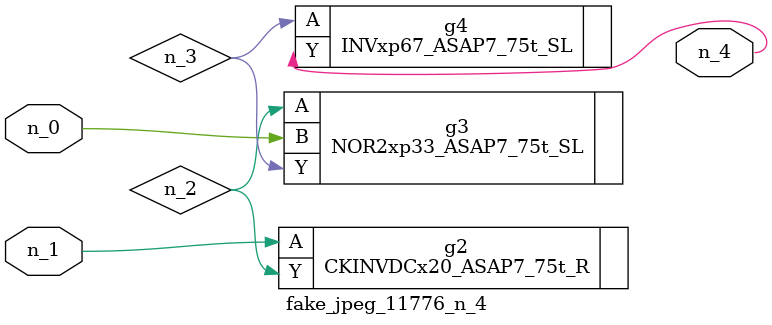
<source format=v>
module fake_jpeg_11776_n_4 (n_0, n_1, n_4);

input n_0;
input n_1;

output n_4;

wire n_3;
wire n_2;

CKINVDCx20_ASAP7_75t_R g2 ( 
.A(n_1),
.Y(n_2)
);

NOR2xp33_ASAP7_75t_SL g3 ( 
.A(n_2),
.B(n_0),
.Y(n_3)
);

INVxp67_ASAP7_75t_SL g4 ( 
.A(n_3),
.Y(n_4)
);


endmodule
</source>
